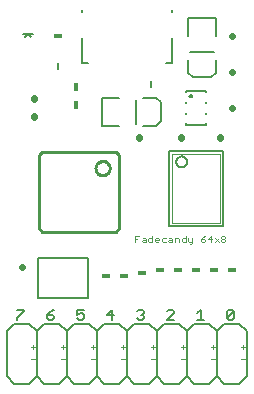
<source format=gto>
G75*
%MOIN*%
%OFA0B0*%
%FSLAX24Y24*%
%IPPOS*%
%LPD*%
%AMOC8*
5,1,8,0,0,1.08239X$1,22.5*
%
%ADD10C,0.0060*%
%ADD11C,0.0040*%
%ADD12C,0.0080*%
%ADD13C,0.0100*%
%ADD14C,0.0220*%
%ADD15C,0.0050*%
%ADD16R,0.0180X0.0300*%
%ADD17R,0.0300X0.0180*%
%ADD18C,0.0020*%
D10*
X002852Y001300D02*
X002852Y002800D01*
X003102Y003050D01*
X003602Y003050D01*
X003852Y002800D01*
X003852Y001300D01*
X004102Y001050D01*
X004602Y001050D01*
X004852Y001300D01*
X004852Y002800D01*
X005102Y003050D01*
X005602Y003050D01*
X005852Y002800D01*
X005852Y001300D01*
X006102Y001050D01*
X006602Y001050D01*
X006852Y001300D01*
X006852Y002800D01*
X007102Y003050D01*
X007602Y003050D01*
X007852Y002800D01*
X007852Y001300D01*
X008102Y001050D01*
X008602Y001050D01*
X008852Y001300D01*
X008852Y002800D01*
X009102Y003050D01*
X009602Y003050D01*
X009852Y002800D01*
X010102Y003050D01*
X010602Y003050D01*
X010852Y002800D01*
X010852Y001300D01*
X010602Y001050D01*
X010102Y001050D01*
X009852Y001300D01*
X009852Y002800D01*
X010254Y003180D02*
X010198Y003237D01*
X010424Y003464D01*
X010424Y003237D01*
X010368Y003180D01*
X010254Y003180D01*
X010198Y003237D02*
X010198Y003464D01*
X010254Y003520D01*
X010368Y003520D01*
X010424Y003464D01*
X009424Y003180D02*
X009198Y003180D01*
X009311Y003180D02*
X009311Y003520D01*
X009198Y003407D01*
X008602Y003050D02*
X008852Y002800D01*
X008602Y003050D02*
X008102Y003050D01*
X007852Y002800D01*
X008198Y003180D02*
X008424Y003407D01*
X008424Y003464D01*
X008368Y003520D01*
X008254Y003520D01*
X008198Y003464D01*
X008198Y003180D02*
X008424Y003180D01*
X007424Y003237D02*
X007368Y003180D01*
X007254Y003180D01*
X007198Y003237D01*
X007311Y003350D02*
X007368Y003350D01*
X007424Y003293D01*
X007424Y003237D01*
X007368Y003350D02*
X007424Y003407D01*
X007424Y003464D01*
X007368Y003520D01*
X007254Y003520D01*
X007198Y003464D01*
X006602Y003050D02*
X006852Y002800D01*
X006602Y003050D02*
X006102Y003050D01*
X005852Y002800D01*
X005424Y003237D02*
X005368Y003180D01*
X005254Y003180D01*
X005198Y003237D01*
X005198Y003350D02*
X005311Y003407D01*
X005368Y003407D01*
X005424Y003350D01*
X005424Y003237D01*
X005198Y003350D02*
X005198Y003520D01*
X005424Y003520D01*
X006198Y003350D02*
X006424Y003350D01*
X006368Y003180D02*
X006368Y003520D01*
X006198Y003350D01*
X004852Y002800D02*
X004602Y003050D01*
X004102Y003050D01*
X003852Y002800D01*
X004254Y003180D02*
X004368Y003180D01*
X004424Y003237D01*
X004424Y003293D01*
X004368Y003350D01*
X004198Y003350D01*
X004198Y003237D01*
X004254Y003180D01*
X004198Y003350D02*
X004311Y003464D01*
X004424Y003520D01*
X003424Y003520D02*
X003424Y003464D01*
X003198Y003237D01*
X003198Y003180D01*
X003198Y003520D02*
X003424Y003520D01*
X003852Y001300D02*
X003602Y001050D01*
X003102Y001050D01*
X002852Y001300D01*
X004852Y001300D02*
X005102Y001050D01*
X005602Y001050D01*
X005852Y001300D01*
X006852Y001300D02*
X007102Y001050D01*
X007602Y001050D01*
X007852Y001300D01*
X008852Y001300D02*
X009102Y001050D01*
X009602Y001050D01*
X009852Y001300D01*
X010051Y006304D02*
X008253Y006304D01*
X008253Y008796D01*
X010051Y008796D01*
X010051Y006304D01*
X008492Y008446D02*
X008494Y008472D01*
X008500Y008498D01*
X008509Y008522D01*
X008522Y008545D01*
X008538Y008566D01*
X008557Y008584D01*
X008578Y008600D01*
X008602Y008612D01*
X008626Y008620D01*
X008652Y008625D01*
X008679Y008626D01*
X008705Y008623D01*
X008730Y008616D01*
X008754Y008606D01*
X008777Y008592D01*
X008797Y008576D01*
X008814Y008556D01*
X008829Y008534D01*
X008840Y008510D01*
X008848Y008485D01*
X008852Y008459D01*
X008852Y008433D01*
X008848Y008407D01*
X008840Y008382D01*
X008829Y008358D01*
X008814Y008336D01*
X008797Y008316D01*
X008777Y008300D01*
X008754Y008286D01*
X008730Y008276D01*
X008705Y008269D01*
X008679Y008266D01*
X008652Y008267D01*
X008626Y008272D01*
X008602Y008280D01*
X008578Y008292D01*
X008557Y008308D01*
X008538Y008326D01*
X008522Y008347D01*
X008509Y008370D01*
X008500Y008394D01*
X008494Y008420D01*
X008492Y008446D01*
X008833Y009690D02*
X008833Y009727D01*
X008833Y009690D02*
X009471Y009690D01*
X009471Y009727D01*
X009471Y010044D02*
X009471Y010081D01*
X009471Y010419D02*
X009471Y010456D01*
X009471Y010773D02*
X009471Y010810D01*
X008833Y010810D01*
X008833Y010773D01*
X008936Y010644D02*
X008938Y010656D01*
X008943Y010667D01*
X008952Y010676D01*
X008963Y010681D01*
X008975Y010683D01*
X008987Y010681D01*
X008998Y010676D01*
X009007Y010667D01*
X009012Y010656D01*
X009014Y010644D01*
X009012Y010632D01*
X009007Y010621D01*
X008998Y010612D01*
X008987Y010607D01*
X008975Y010605D01*
X008963Y010607D01*
X008952Y010612D01*
X008943Y010621D01*
X008938Y010632D01*
X008936Y010644D01*
X008833Y010456D02*
X008833Y010419D01*
X008833Y010081D02*
X008833Y010044D01*
D11*
X008805Y005970D02*
X008805Y005770D01*
X008705Y005770D01*
X008672Y005803D01*
X008672Y005870D01*
X008705Y005903D01*
X008805Y005903D01*
X008893Y005903D02*
X008893Y005803D01*
X008926Y005770D01*
X009026Y005770D01*
X009026Y005737D02*
X008993Y005703D01*
X008959Y005703D01*
X009026Y005737D02*
X009026Y005903D01*
X009335Y005870D02*
X009435Y005870D01*
X009468Y005837D01*
X009468Y005803D01*
X009435Y005770D01*
X009368Y005770D01*
X009335Y005803D01*
X009335Y005870D01*
X009401Y005937D01*
X009468Y005970D01*
X009556Y005870D02*
X009689Y005870D01*
X009777Y005903D02*
X009910Y005770D01*
X009998Y005803D02*
X009998Y005837D01*
X010031Y005870D01*
X010098Y005870D01*
X010131Y005837D01*
X010131Y005803D01*
X010098Y005770D01*
X010031Y005770D01*
X009998Y005803D01*
X010031Y005870D02*
X009998Y005903D01*
X009998Y005937D01*
X010031Y005970D01*
X010098Y005970D01*
X010131Y005937D01*
X010131Y005903D01*
X010098Y005870D01*
X009910Y005903D02*
X009777Y005770D01*
X009656Y005770D02*
X009656Y005970D01*
X009556Y005870D01*
X008584Y005870D02*
X008584Y005770D01*
X008584Y005870D02*
X008551Y005903D01*
X008451Y005903D01*
X008451Y005770D01*
X008363Y005770D02*
X008263Y005770D01*
X008230Y005803D01*
X008263Y005837D01*
X008363Y005837D01*
X008363Y005870D02*
X008363Y005770D01*
X008363Y005870D02*
X008330Y005903D01*
X008263Y005903D01*
X008142Y005903D02*
X008042Y005903D01*
X008009Y005870D01*
X008009Y005803D01*
X008042Y005770D01*
X008142Y005770D01*
X007921Y005837D02*
X007788Y005837D01*
X007788Y005870D02*
X007821Y005903D01*
X007888Y005903D01*
X007921Y005870D01*
X007921Y005837D01*
X007888Y005770D02*
X007821Y005770D01*
X007788Y005803D01*
X007788Y005870D01*
X007700Y005903D02*
X007600Y005903D01*
X007567Y005870D01*
X007567Y005803D01*
X007600Y005770D01*
X007700Y005770D01*
X007700Y005970D01*
X007479Y005870D02*
X007479Y005770D01*
X007379Y005770D01*
X007346Y005803D01*
X007379Y005837D01*
X007479Y005837D01*
X007479Y005870D02*
X007446Y005903D01*
X007379Y005903D01*
X007258Y005970D02*
X007125Y005970D01*
X007125Y005770D01*
X007125Y005870D02*
X007192Y005870D01*
X006728Y002337D02*
X006728Y002203D01*
X006661Y002270D02*
X006795Y002270D01*
X006795Y001870D02*
X006661Y001870D01*
X005795Y001870D02*
X005661Y001870D01*
X005728Y002203D02*
X005728Y002337D01*
X005661Y002270D02*
X005795Y002270D01*
X004795Y002270D02*
X004661Y002270D01*
X004728Y002337D02*
X004728Y002203D01*
X004661Y001870D02*
X004795Y001870D01*
X003795Y001870D02*
X003661Y001870D01*
X003728Y002203D02*
X003728Y002337D01*
X003661Y002270D02*
X003795Y002270D01*
X007661Y002270D02*
X007795Y002270D01*
X007728Y002337D02*
X007728Y002203D01*
X007661Y001870D02*
X007795Y001870D01*
X008661Y001870D02*
X008795Y001870D01*
X008728Y002203D02*
X008728Y002337D01*
X008661Y002270D02*
X008795Y002270D01*
X009661Y002270D02*
X009795Y002270D01*
X009728Y002337D02*
X009728Y002203D01*
X009661Y001870D02*
X009795Y001870D01*
X010661Y001870D02*
X010795Y001870D01*
X010728Y002203D02*
X010728Y002337D01*
X010661Y002270D02*
X010795Y002270D01*
D12*
X005545Y003896D02*
X005545Y005234D01*
X003892Y005234D01*
X003892Y003896D01*
X005545Y003896D01*
X006008Y009638D02*
X006008Y010582D01*
X006598Y010582D01*
X007385Y010582D02*
X007819Y010582D01*
X007976Y010425D01*
X007976Y009795D01*
X007819Y009638D01*
X007385Y009638D01*
X006598Y009638D02*
X006008Y009638D01*
X003644Y012595D02*
X003552Y012717D01*
X003371Y012717D01*
X003466Y012595D02*
X003542Y012711D01*
X003552Y012717D02*
X003733Y012717D01*
X008879Y012644D02*
X008879Y013234D01*
X009824Y013234D01*
X009824Y012644D01*
X009824Y011856D02*
X009824Y011423D01*
X009667Y011266D01*
X009037Y011266D01*
X008879Y011423D01*
X008879Y011856D01*
D13*
X006472Y008779D02*
X006581Y008670D01*
X006581Y006230D01*
X006472Y006121D01*
X004031Y006121D01*
X003923Y006230D01*
X003923Y008670D01*
X004031Y008779D01*
X006472Y008779D01*
X005803Y008237D02*
X005805Y008267D01*
X005811Y008297D01*
X005820Y008326D01*
X005833Y008353D01*
X005850Y008378D01*
X005869Y008401D01*
X005892Y008422D01*
X005917Y008439D01*
X005943Y008453D01*
X005972Y008463D01*
X006001Y008470D01*
X006031Y008473D01*
X006062Y008472D01*
X006092Y008467D01*
X006121Y008458D01*
X006148Y008446D01*
X006174Y008431D01*
X006198Y008412D01*
X006219Y008390D01*
X006237Y008366D01*
X006252Y008339D01*
X006263Y008311D01*
X006271Y008282D01*
X006275Y008252D01*
X006275Y008222D01*
X006271Y008192D01*
X006263Y008163D01*
X006252Y008135D01*
X006237Y008108D01*
X006219Y008084D01*
X006198Y008062D01*
X006174Y008043D01*
X006148Y008028D01*
X006121Y008016D01*
X006092Y008007D01*
X006062Y008002D01*
X006031Y008001D01*
X006001Y008004D01*
X005972Y008011D01*
X005943Y008021D01*
X005917Y008035D01*
X005892Y008052D01*
X005869Y008073D01*
X005850Y008096D01*
X005833Y008121D01*
X005820Y008148D01*
X005811Y008177D01*
X005805Y008207D01*
X005803Y008237D01*
D14*
X007252Y009238D02*
X007252Y009262D01*
X008652Y009262D02*
X008652Y009238D01*
X009952Y009238D02*
X009952Y009262D01*
X010340Y010250D02*
X010364Y010250D01*
X010364Y011450D02*
X010340Y011450D01*
X010340Y012650D02*
X010364Y012650D01*
X003752Y010562D02*
X003752Y010538D01*
X003752Y009962D02*
X003752Y009938D01*
X003364Y004950D02*
X003340Y004950D01*
D15*
X007142Y009710D02*
X007142Y010510D01*
X007652Y010950D02*
X007652Y011150D01*
X008151Y011735D02*
X008348Y011735D01*
X008348Y012562D01*
X008952Y012100D02*
X009752Y012100D01*
X008348Y013428D02*
X008348Y013507D01*
X005553Y011735D02*
X005356Y011735D01*
X005356Y012562D01*
X005356Y013428D02*
X005356Y013507D01*
X004552Y011750D02*
X004552Y011550D01*
D16*
X005152Y010950D03*
X005152Y010350D03*
D17*
X004552Y012650D03*
X007952Y004850D03*
X007352Y004750D03*
X006752Y004650D03*
X006152Y004650D03*
X008552Y004850D03*
X009152Y004850D03*
X009752Y004850D03*
X010352Y004850D03*
D18*
X009961Y006394D02*
X009961Y008706D01*
X008343Y008706D01*
X008343Y006394D01*
X009961Y006394D01*
M02*

</source>
